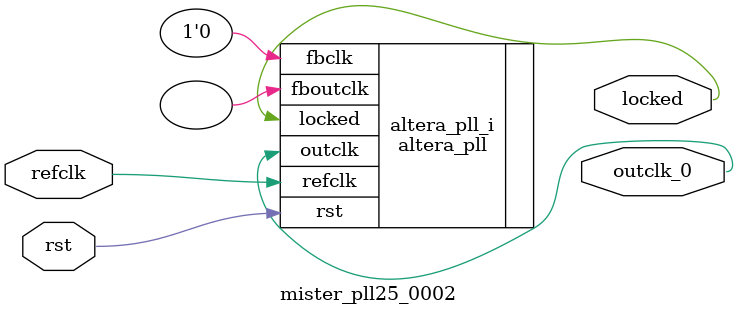
<source format=v>
`timescale 1ns/10ps
module  mister_pll25_0002(

	// interface 'refclk'
	input wire refclk,

	// interface 'reset'
	input wire rst,

	// interface 'outclk0'
	output wire outclk_0,

	// interface 'locked'
	output wire locked
);

	altera_pll #(
		.fractional_vco_multiplier("false"),
		.reference_clock_frequency("50.0 MHz"),
		.operation_mode("direct"),
		.number_of_clocks(1),
		.output_clock_frequency0("25.000000 MHz"),
		.phase_shift0("0 ps"),
		.duty_cycle0(50),
		.output_clock_frequency1("0 MHz"),
		.phase_shift1("0 ps"),
		.duty_cycle1(50),
		.output_clock_frequency2("0 MHz"),
		.phase_shift2("0 ps"),
		.duty_cycle2(50),
		.output_clock_frequency3("0 MHz"),
		.phase_shift3("0 ps"),
		.duty_cycle3(50),
		.output_clock_frequency4("0 MHz"),
		.phase_shift4("0 ps"),
		.duty_cycle4(50),
		.output_clock_frequency5("0 MHz"),
		.phase_shift5("0 ps"),
		.duty_cycle5(50),
		.output_clock_frequency6("0 MHz"),
		.phase_shift6("0 ps"),
		.duty_cycle6(50),
		.output_clock_frequency7("0 MHz"),
		.phase_shift7("0 ps"),
		.duty_cycle7(50),
		.output_clock_frequency8("0 MHz"),
		.phase_shift8("0 ps"),
		.duty_cycle8(50),
		.output_clock_frequency9("0 MHz"),
		.phase_shift9("0 ps"),
		.duty_cycle9(50),
		.output_clock_frequency10("0 MHz"),
		.phase_shift10("0 ps"),
		.duty_cycle10(50),
		.output_clock_frequency11("0 MHz"),
		.phase_shift11("0 ps"),
		.duty_cycle11(50),
		.output_clock_frequency12("0 MHz"),
		.phase_shift12("0 ps"),
		.duty_cycle12(50),
		.output_clock_frequency13("0 MHz"),
		.phase_shift13("0 ps"),
		.duty_cycle13(50),
		.output_clock_frequency14("0 MHz"),
		.phase_shift14("0 ps"),
		.duty_cycle14(50),
		.output_clock_frequency15("0 MHz"),
		.phase_shift15("0 ps"),
		.duty_cycle15(50),
		.output_clock_frequency16("0 MHz"),
		.phase_shift16("0 ps"),
		.duty_cycle16(50),
		.output_clock_frequency17("0 MHz"),
		.phase_shift17("0 ps"),
		.duty_cycle17(50),
		.pll_type("General"),
		.pll_subtype("General")
	) altera_pll_i (
		.rst	(rst),
		.outclk	({outclk_0}),
		.locked	(locked),
		.fboutclk	( ),
		.fbclk	(1'b0),
		.refclk	(refclk)
	);
endmodule


</source>
